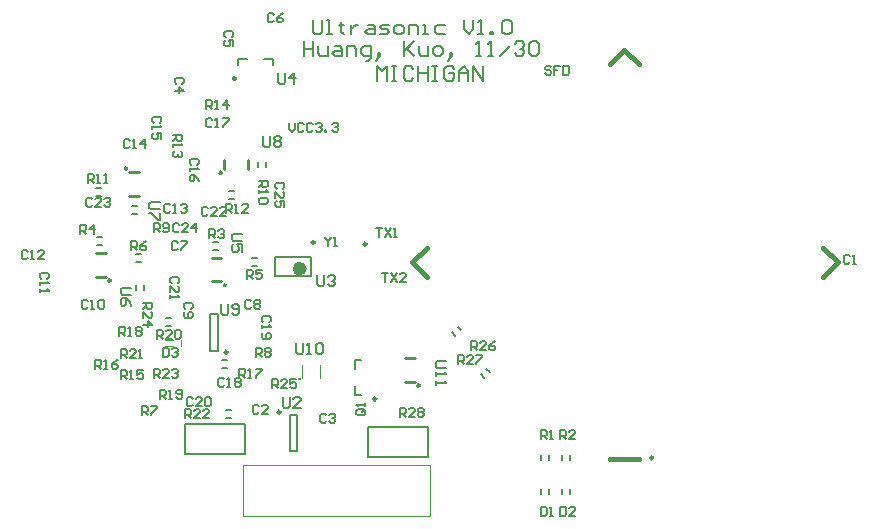
<source format=gto>
%FSLAX24Y24*%
%MOIN*%
G70*
G01*
G75*
G04 Layer_Color=65535*
%ADD10R,0.0335X0.0157*%
%ADD11R,0.0197X0.0315*%
%ADD12R,0.0118X0.0209*%
%ADD13R,0.0118X0.0193*%
%ADD14R,0.0512X0.0217*%
%ADD15R,0.0157X0.0335*%
%ADD16R,0.0236X0.0591*%
%ADD17O,0.0118X0.0650*%
%ADD18R,0.0394X0.0217*%
G04:AMPARAMS|DCode=19|XSize=60mil|YSize=30mil|CornerRadius=0mil|HoleSize=0mil|Usage=FLASHONLY|Rotation=135.000|XOffset=0mil|YOffset=0mil|HoleType=Round|Shape=Rectangle|*
%AMROTATEDRECTD19*
4,1,4,0.0318,-0.0106,0.0106,-0.0318,-0.0318,0.0106,-0.0106,0.0318,0.0318,-0.0106,0.0*
%
%ADD19ROTATEDRECTD19*%

G04:AMPARAMS|DCode=20|XSize=59.8mil|YSize=30mil|CornerRadius=0mil|HoleSize=0mil|Usage=FLASHONLY|Rotation=225.000|XOffset=0mil|YOffset=0mil|HoleType=Round|Shape=Rectangle|*
%AMROTATEDRECTD20*
4,1,4,0.0106,0.0318,0.0318,0.0106,-0.0106,-0.0318,-0.0318,-0.0106,0.0106,0.0318,0.0*
%
%ADD20ROTATEDRECTD20*%

G04:AMPARAMS|DCode=21|XSize=59.8mil|YSize=30mil|CornerRadius=0mil|HoleSize=0mil|Usage=FLASHONLY|Rotation=135.000|XOffset=0mil|YOffset=0mil|HoleType=Round|Shape=Rectangle|*
%AMROTATEDRECTD21*
4,1,4,0.0318,-0.0106,0.0106,-0.0318,-0.0318,0.0106,-0.0106,0.0318,0.0318,-0.0106,0.0*
%
%ADD21ROTATEDRECTD21*%

%ADD22R,0.0236X0.0197*%
G04:AMPARAMS|DCode=23|XSize=35.4mil|YSize=27.6mil|CornerRadius=0mil|HoleSize=0mil|Usage=FLASHONLY|Rotation=45.000|XOffset=0mil|YOffset=0mil|HoleType=Round|Shape=Rectangle|*
%AMROTATEDRECTD23*
4,1,4,-0.0028,-0.0223,-0.0223,-0.0028,0.0028,0.0223,0.0223,0.0028,-0.0028,-0.0223,0.0*
%
%ADD23ROTATEDRECTD23*%

%ADD24R,0.0354X0.0276*%
%ADD25R,0.0276X0.0354*%
%ADD26R,0.0197X0.0236*%
%ADD27R,0.0591X0.0236*%
%ADD28R,0.0240X0.1750*%
%ADD29R,0.0157X0.0157*%
%ADD30R,0.0354X0.0315*%
%ADD31R,0.0315X0.0354*%
G04:AMPARAMS|DCode=32|XSize=35.4mil|YSize=31.5mil|CornerRadius=0mil|HoleSize=0mil|Usage=FLASHONLY|Rotation=315.000|XOffset=0mil|YOffset=0mil|HoleType=Round|Shape=Rectangle|*
%AMROTATEDRECTD32*
4,1,4,-0.0237,0.0014,-0.0014,0.0237,0.0237,-0.0014,0.0014,-0.0237,-0.0237,0.0014,0.0*
%
%ADD32ROTATEDRECTD32*%

%ADD33R,0.0492X0.0394*%
%ADD34R,0.0197X0.0886*%
%ADD35C,0.0120*%
%ADD36C,0.0150*%
%ADD37C,0.0200*%
%ADD38R,0.0400X0.0350*%
%ADD39C,0.0984*%
%ADD40C,0.0591*%
%ADD41C,0.0661*%
%ADD42C,0.1772*%
%ADD43C,0.0320*%
%ADD44C,0.0400*%
%ADD45R,0.0661X0.0319*%
%ADD46P,0.2121X4X90.0*%
%ADD47C,0.0100*%
%ADD48C,0.0098*%
%ADD49C,0.0236*%
%ADD50C,0.0047*%
%ADD51C,0.0079*%
%ADD52C,0.0050*%
%ADD53C,0.0060*%
%ADD54C,0.0080*%
D36*
X20820Y1973D02*
X21794D01*
X27912Y8063D02*
X28399Y8550D01*
X27912Y9037D02*
X28399Y8550D01*
X20799Y15148D02*
X21286Y15635D01*
X21773Y15148D01*
X14222Y8543D02*
X14709Y9030D01*
X14222Y8543D02*
X14709Y8056D01*
D47*
X12700Y9150D02*
G03*
X12700Y9150I-50J0D01*
G01*
X14465Y4438D02*
G03*
X14465Y4438I-39J0D01*
G01*
X10466Y4654D02*
G03*
X10466Y4654I-10J0D01*
G01*
X7878Y11524D02*
G03*
X7878Y11524I-39J0D01*
G01*
X4714Y11662D02*
G03*
X4714Y11662I-39J0D01*
G01*
X4165Y7938D02*
G03*
X4165Y7938I-39J0D01*
G01*
X8015Y7788D02*
G03*
X8015Y7788I-39J0D01*
G01*
X22247Y2029D02*
G03*
X22247Y2029I-49J0D01*
G01*
X13993Y4556D02*
X14307D01*
X13993Y5344D02*
X14307D01*
X7956Y11643D02*
Y11957D01*
X8744Y11643D02*
Y11957D01*
X4793Y11544D02*
X5107D01*
X4793Y10756D02*
X5107D01*
X3693Y8056D02*
X4007D01*
X3693Y8844D02*
X4007D01*
X7543Y7906D02*
X7857D01*
X7543Y8694D02*
X7857D01*
D48*
X8063Y5550D02*
G03*
X8063Y5550I-49J0D01*
G01*
X8341Y14676D02*
G03*
X8341Y14676I-49J0D01*
G01*
X10969Y9207D02*
G03*
X10969Y9207I-49J0D01*
G01*
X9827Y3549D02*
G03*
X9827Y3549I-49J0D01*
G01*
X13023Y3991D02*
G03*
X13023Y3991I-49J0D01*
G01*
D49*
X10585Y8331D02*
G03*
X10585Y8331I-118J0D01*
G01*
D50*
X10545Y4674D02*
Y5126D01*
X11155Y4674D02*
Y5126D01*
X8590Y1796D02*
X14810D01*
Y104D02*
Y1796D01*
X8590Y104D02*
X14810D01*
X8590D02*
Y1796D01*
X6523Y5752D02*
Y5948D01*
X5962Y5752D02*
X6238D01*
X5962Y5948D02*
X6238D01*
D51*
X7462Y5590D02*
X7738D01*
X7462Y6810D02*
X7738D01*
Y5590D02*
Y6810D01*
X7462Y5590D02*
Y6810D01*
X8409Y15129D02*
Y15326D01*
X8724D01*
X9591Y15129D02*
Y15326D01*
X9276D02*
X9591D01*
X9640Y8725D02*
X10860D01*
X9640Y8075D02*
X10860D01*
Y8725D01*
X9640Y8075D02*
Y8725D01*
X10368Y2259D02*
Y3441D01*
X10132Y2259D02*
Y3441D01*
Y2259D02*
X10368D01*
X10132Y3441D02*
X10368D01*
X15742Y6403D02*
X15853Y6292D01*
X15547Y6208D02*
X15658Y6097D01*
X16497Y4808D02*
X16608Y4697D01*
X16692Y5003D02*
X16803Y4892D01*
X5288Y7621D02*
Y7779D01*
X5012Y7621D02*
Y7779D01*
X8021Y3638D02*
X8179D01*
X8021Y3362D02*
X8179D01*
X6021Y6412D02*
X6179D01*
X6021Y6688D02*
X6179D01*
X7871Y5288D02*
X8029D01*
X7871Y5012D02*
X8029D01*
X8121Y10938D02*
X8279D01*
X8121Y10662D02*
X8279D01*
X3671Y11038D02*
X3829D01*
X3671Y10762D02*
X3829D01*
X9062Y11721D02*
Y11879D01*
X9338Y11721D02*
Y11879D01*
X4871Y10438D02*
X5029D01*
X4871Y10162D02*
X5029D01*
X5021Y8562D02*
X5179D01*
X5021Y8838D02*
X5179D01*
X8871Y8412D02*
X9029D01*
X8871Y8688D02*
X9029D01*
X3721Y9112D02*
X3879D01*
X3721Y9388D02*
X3879D01*
X7571Y8962D02*
X7729D01*
X7571Y9238D02*
X7729D01*
X19488Y1971D02*
Y2129D01*
X19212Y1971D02*
Y2129D01*
X18788Y1971D02*
Y2129D01*
X18512Y1971D02*
Y2129D01*
X12324Y4109D02*
X12521D01*
X12324D02*
Y4424D01*
Y5291D02*
X12521D01*
X12324Y4976D02*
Y5291D01*
X19212Y821D02*
Y979D01*
X19488Y821D02*
Y979D01*
X18512Y821D02*
Y979D01*
X18788Y821D02*
Y979D01*
D52*
X12750Y3050D02*
X14750D01*
X12750Y2050D02*
X14750D01*
X12750D02*
Y3050D01*
X14750Y2050D02*
Y3050D01*
X6650Y3150D02*
X8650D01*
X6650Y2150D02*
X8650D01*
X6650D02*
Y3150D01*
X8650Y2150D02*
Y3150D01*
X12600Y3650D02*
X12400D01*
X12350Y3600D01*
Y3500D01*
X12400Y3450D01*
X12600D01*
X12650Y3500D01*
Y3600D01*
X12550Y3550D02*
X12650Y3650D01*
Y3600D02*
X12600Y3650D01*
X12650Y3750D02*
Y3850D01*
Y3800D01*
X12350D01*
X12400Y3750D01*
X11300Y9400D02*
Y9350D01*
X11400Y9250D01*
X11500Y9350D01*
Y9400D01*
X11400Y9250D02*
Y9100D01*
X11600D02*
X11700D01*
X11650D01*
Y9400D01*
X11600Y9350D01*
X7400Y10350D02*
X7350Y10400D01*
X7250D01*
X7200Y10350D01*
Y10150D01*
X7250Y10100D01*
X7350D01*
X7400Y10150D01*
X7700Y10100D02*
X7500D01*
X7700Y10300D01*
Y10350D01*
X7650Y10400D01*
X7550D01*
X7500Y10350D01*
X8000Y10100D02*
X7800D01*
X8000Y10300D01*
Y10350D01*
X7950Y10400D01*
X7850D01*
X7800Y10350D01*
X9900Y11000D02*
X9950Y11050D01*
Y11150D01*
X9900Y11200D01*
X9700D01*
X9650Y11150D01*
Y11050D01*
X9700Y11000D01*
X9650Y10700D02*
Y10900D01*
X9850Y10700D01*
X9900D01*
X9950Y10750D01*
Y10850D01*
X9900Y10900D01*
X9950Y10400D02*
Y10600D01*
X9800D01*
X9850Y10500D01*
Y10450D01*
X9800Y10400D01*
X9700D01*
X9650Y10450D01*
Y10550D01*
X9700Y10600D01*
X6450Y9800D02*
X6400Y9850D01*
X6300D01*
X6250Y9800D01*
Y9600D01*
X6300Y9550D01*
X6400D01*
X6450Y9600D01*
X6750Y9550D02*
X6550D01*
X6750Y9750D01*
Y9800D01*
X6700Y9850D01*
X6600D01*
X6550Y9800D01*
X7000Y9550D02*
Y9850D01*
X6850Y9700D01*
X7050D01*
X5200Y3450D02*
Y3750D01*
X5350D01*
X5400Y3700D01*
Y3600D01*
X5350Y3550D01*
X5200D01*
X5300D02*
X5400Y3450D01*
X5500Y3750D02*
X5700D01*
Y3700D01*
X5500Y3500D01*
Y3450D01*
X9000Y5400D02*
Y5700D01*
X9150D01*
X9200Y5650D01*
Y5550D01*
X9150Y5500D01*
X9000D01*
X9100D02*
X9200Y5400D01*
X9300Y5650D02*
X9350Y5700D01*
X9450D01*
X9500Y5650D01*
Y5600D01*
X9450Y5550D01*
X9500Y5500D01*
Y5450D01*
X9450Y5400D01*
X9350D01*
X9300Y5450D01*
Y5500D01*
X9350Y5550D01*
X9300Y5600D01*
Y5650D01*
X9350Y5550D02*
X9450D01*
X9550Y4350D02*
Y4650D01*
X9700D01*
X9750Y4600D01*
Y4500D01*
X9700Y4450D01*
X9550D01*
X9650D02*
X9750Y4350D01*
X10050D02*
X9850D01*
X10050Y4550D01*
Y4600D01*
X10000Y4650D01*
X9900D01*
X9850Y4600D01*
X10350Y4650D02*
X10150D01*
Y4500D01*
X10250Y4550D01*
X10300D01*
X10350Y4500D01*
Y4400D01*
X10300Y4350D01*
X10200D01*
X10150Y4400D01*
X3560Y10640D02*
X3510Y10690D01*
X3410D01*
X3360Y10640D01*
Y10440D01*
X3410Y10390D01*
X3510D01*
X3560Y10440D01*
X3860Y10390D02*
X3660D01*
X3860Y10590D01*
Y10640D01*
X3810Y10690D01*
X3710D01*
X3660Y10640D01*
X3960D02*
X4010Y10690D01*
X4110D01*
X4160Y10640D01*
Y10590D01*
X4110Y10540D01*
X4060D01*
X4110D01*
X4160Y10490D01*
Y10440D01*
X4110Y10390D01*
X4010D01*
X3960Y10440D01*
X15750Y5150D02*
Y5450D01*
X15900D01*
X15950Y5400D01*
Y5300D01*
X15900Y5250D01*
X15750D01*
X15850D02*
X15950Y5150D01*
X16250D02*
X16050D01*
X16250Y5350D01*
Y5400D01*
X16200Y5450D01*
X16100D01*
X16050Y5400D01*
X16350Y5450D02*
X16550D01*
Y5400D01*
X16350Y5200D01*
Y5150D01*
X13800Y3400D02*
Y3700D01*
X13950D01*
X14000Y3650D01*
Y3550D01*
X13950Y3500D01*
X13800D01*
X13900D02*
X14000Y3400D01*
X14300D02*
X14100D01*
X14300Y3600D01*
Y3650D01*
X14250Y3700D01*
X14150D01*
X14100Y3650D01*
X14400D02*
X14450Y3700D01*
X14550D01*
X14600Y3650D01*
Y3600D01*
X14550Y3550D01*
X14600Y3500D01*
Y3450D01*
X14550Y3400D01*
X14450D01*
X14400Y3450D01*
Y3500D01*
X14450Y3550D01*
X14400Y3600D01*
Y3650D01*
X14450Y3550D02*
X14550D01*
X16190Y5611D02*
Y5911D01*
X16340D01*
X16390Y5861D01*
Y5761D01*
X16340Y5711D01*
X16190D01*
X16290D02*
X16390Y5611D01*
X16690D02*
X16490D01*
X16690Y5811D01*
Y5861D01*
X16640Y5911D01*
X16540D01*
X16490Y5861D01*
X16990Y5911D02*
X16890Y5861D01*
X16790Y5761D01*
Y5661D01*
X16840Y5611D01*
X16940D01*
X16990Y5661D01*
Y5711D01*
X16940Y5761D01*
X16790D01*
X18500Y2650D02*
Y2950D01*
X18650D01*
X18700Y2900D01*
Y2800D01*
X18650Y2750D01*
X18500D01*
X18600D02*
X18700Y2650D01*
X18800D02*
X18900D01*
X18850D01*
Y2950D01*
X18800Y2900D01*
X19150Y2650D02*
Y2950D01*
X19300D01*
X19350Y2900D01*
Y2800D01*
X19300Y2750D01*
X19150D01*
X19250D02*
X19350Y2650D01*
X19650D02*
X19450D01*
X19650Y2850D01*
Y2900D01*
X19600Y2950D01*
X19500D01*
X19450Y2900D01*
X13200Y8200D02*
X13400D01*
X13300D01*
Y7900D01*
X13500Y8200D02*
X13700Y7900D01*
Y8200D02*
X13500Y7900D01*
X14000D02*
X13800D01*
X14000Y8100D01*
Y8150D01*
X13950Y8200D01*
X13850D01*
X13800Y8150D01*
X13000Y9700D02*
X13200D01*
X13100D01*
Y9400D01*
X13300Y9700D02*
X13500Y9400D01*
Y9700D02*
X13300Y9400D01*
X13600D02*
X13700D01*
X13650D01*
Y9700D01*
X13600Y9650D01*
X28800Y8750D02*
X28750Y8800D01*
X28650D01*
X28600Y8750D01*
Y8550D01*
X28650Y8500D01*
X28750D01*
X28800Y8550D01*
X28900Y8500D02*
X29000D01*
X28950D01*
Y8800D01*
X28900Y8750D01*
X9110Y3740D02*
X9060Y3790D01*
X8960D01*
X8910Y3740D01*
Y3540D01*
X8960Y3490D01*
X9060D01*
X9110Y3540D01*
X9410Y3490D02*
X9210D01*
X9410Y3690D01*
Y3740D01*
X9360Y3790D01*
X9260D01*
X9210Y3740D01*
X11350Y3450D02*
X11300Y3500D01*
X11200D01*
X11150Y3450D01*
Y3250D01*
X11200Y3200D01*
X11300D01*
X11350Y3250D01*
X11450Y3450D02*
X11500Y3500D01*
X11600D01*
X11650Y3450D01*
Y3400D01*
X11600Y3350D01*
X11550D01*
X11600D01*
X11650Y3300D01*
Y3250D01*
X11600Y3200D01*
X11500D01*
X11450Y3250D01*
X6550Y14500D02*
X6600Y14550D01*
Y14650D01*
X6550Y14700D01*
X6350D01*
X6300Y14650D01*
Y14550D01*
X6350Y14500D01*
X6300Y14250D02*
X6600D01*
X6450Y14400D01*
Y14200D01*
X8200Y16050D02*
X8250Y16100D01*
Y16200D01*
X8200Y16250D01*
X8000D01*
X7950Y16200D01*
Y16100D01*
X8000Y16050D01*
X8250Y15750D02*
Y15950D01*
X8100D01*
X8150Y15850D01*
Y15800D01*
X8100Y15750D01*
X8000D01*
X7950Y15800D01*
Y15900D01*
X8000Y15950D01*
X9600Y16800D02*
X9550Y16850D01*
X9450D01*
X9400Y16800D01*
Y16600D01*
X9450Y16550D01*
X9550D01*
X9600Y16600D01*
X9900Y16850D02*
X9800Y16800D01*
X9700Y16700D01*
Y16600D01*
X9750Y16550D01*
X9850D01*
X9900Y16600D01*
Y16650D01*
X9850Y16700D01*
X9700D01*
X6400Y9200D02*
X6350Y9250D01*
X6250D01*
X6200Y9200D01*
Y9000D01*
X6250Y8950D01*
X6350D01*
X6400Y9000D01*
X6500Y9250D02*
X6700D01*
Y9200D01*
X6500Y9000D01*
Y8950D01*
X8850Y7250D02*
X8800Y7300D01*
X8700D01*
X8650Y7250D01*
Y7050D01*
X8700Y7000D01*
X8800D01*
X8850Y7050D01*
X8950Y7250D02*
X9000Y7300D01*
X9100D01*
X9150Y7250D01*
Y7200D01*
X9100Y7150D01*
X9150Y7100D01*
Y7050D01*
X9100Y7000D01*
X9000D01*
X8950Y7050D01*
Y7100D01*
X9000Y7150D01*
X8950Y7200D01*
Y7250D01*
X9000Y7150D02*
X9100D01*
X6850Y7000D02*
X6900Y7050D01*
Y7150D01*
X6850Y7200D01*
X6650D01*
X6600Y7150D01*
Y7050D01*
X6650Y7000D01*
Y6900D02*
X6600Y6850D01*
Y6750D01*
X6650Y6700D01*
X6850D01*
X6900Y6750D01*
Y6850D01*
X6850Y6900D01*
X6800D01*
X6750Y6850D01*
Y6700D01*
X3400Y7250D02*
X3350Y7300D01*
X3250D01*
X3200Y7250D01*
Y7050D01*
X3250Y7000D01*
X3350D01*
X3400Y7050D01*
X3500Y7000D02*
X3600D01*
X3550D01*
Y7300D01*
X3500Y7250D01*
X3750D02*
X3800Y7300D01*
X3900D01*
X3950Y7250D01*
Y7050D01*
X3900Y7000D01*
X3800D01*
X3750Y7050D01*
Y7250D01*
X2050Y8000D02*
X2100Y8050D01*
Y8150D01*
X2050Y8200D01*
X1850D01*
X1800Y8150D01*
Y8050D01*
X1850Y8000D01*
X1800Y7900D02*
Y7800D01*
Y7850D01*
X2100D01*
X2050Y7900D01*
X1800Y7650D02*
Y7550D01*
Y7600D01*
X2100D01*
X2050Y7650D01*
X1400Y8900D02*
X1350Y8950D01*
X1250D01*
X1200Y8900D01*
Y8700D01*
X1250Y8650D01*
X1350D01*
X1400Y8700D01*
X1500Y8650D02*
X1600D01*
X1550D01*
Y8950D01*
X1500Y8900D01*
X1950Y8650D02*
X1750D01*
X1950Y8850D01*
Y8900D01*
X1900Y8950D01*
X1800D01*
X1750Y8900D01*
X6150Y10450D02*
X6100Y10500D01*
X6000D01*
X5950Y10450D01*
Y10250D01*
X6000Y10200D01*
X6100D01*
X6150Y10250D01*
X6250Y10200D02*
X6350D01*
X6300D01*
Y10500D01*
X6250Y10450D01*
X6500D02*
X6550Y10500D01*
X6650D01*
X6700Y10450D01*
Y10400D01*
X6650Y10350D01*
X6600D01*
X6650D01*
X6700Y10300D01*
Y10250D01*
X6650Y10200D01*
X6550D01*
X6500Y10250D01*
X4800Y12600D02*
X4750Y12650D01*
X4650D01*
X4600Y12600D01*
Y12400D01*
X4650Y12350D01*
X4750D01*
X4800Y12400D01*
X4900Y12350D02*
X5000D01*
X4950D01*
Y12650D01*
X4900Y12600D01*
X5300Y12350D02*
Y12650D01*
X5150Y12500D01*
X5350D01*
X5800Y13200D02*
X5850Y13250D01*
Y13350D01*
X5800Y13400D01*
X5600D01*
X5550Y13350D01*
Y13250D01*
X5600Y13200D01*
X5550Y13100D02*
Y13000D01*
Y13050D01*
X5850D01*
X5800Y13100D01*
X5850Y12650D02*
Y12850D01*
X5700D01*
X5750Y12750D01*
Y12700D01*
X5700Y12650D01*
X5600D01*
X5550Y12700D01*
Y12800D01*
X5600Y12850D01*
X7050Y11800D02*
X7100Y11850D01*
Y11950D01*
X7050Y12000D01*
X6850D01*
X6800Y11950D01*
Y11850D01*
X6850Y11800D01*
X6800Y11700D02*
Y11600D01*
Y11650D01*
X7100D01*
X7050Y11700D01*
X7100Y11250D02*
X7050Y11350D01*
X6950Y11450D01*
X6850D01*
X6800Y11400D01*
Y11300D01*
X6850Y11250D01*
X6900D01*
X6950Y11300D01*
Y11450D01*
X7550Y13300D02*
X7500Y13350D01*
X7400D01*
X7350Y13300D01*
Y13100D01*
X7400Y13050D01*
X7500D01*
X7550Y13100D01*
X7650Y13050D02*
X7750D01*
X7700D01*
Y13350D01*
X7650Y13300D01*
X7900Y13350D02*
X8100D01*
Y13300D01*
X7900Y13100D01*
Y13050D01*
X7950Y4650D02*
X7900Y4700D01*
X7800D01*
X7750Y4650D01*
Y4450D01*
X7800Y4400D01*
X7900D01*
X7950Y4450D01*
X8050Y4400D02*
X8150D01*
X8100D01*
Y4700D01*
X8050Y4650D01*
X8300D02*
X8350Y4700D01*
X8450D01*
X8500Y4650D01*
Y4600D01*
X8450Y4550D01*
X8500Y4500D01*
Y4450D01*
X8450Y4400D01*
X8350D01*
X8300Y4450D01*
Y4500D01*
X8350Y4550D01*
X8300Y4600D01*
Y4650D01*
X8350Y4550D02*
X8450D01*
X9450Y6550D02*
X9500Y6600D01*
Y6700D01*
X9450Y6750D01*
X9250D01*
X9200Y6700D01*
Y6600D01*
X9250Y6550D01*
X9200Y6450D02*
Y6350D01*
Y6400D01*
X9500D01*
X9450Y6450D01*
X9250Y6200D02*
X9200Y6150D01*
Y6050D01*
X9250Y6000D01*
X9450D01*
X9500Y6050D01*
Y6150D01*
X9450Y6200D01*
X9400D01*
X9350Y6150D01*
Y6000D01*
X6900Y4000D02*
X6850Y4050D01*
X6750D01*
X6700Y4000D01*
Y3800D01*
X6750Y3750D01*
X6850D01*
X6900Y3800D01*
X7200Y3750D02*
X7000D01*
X7200Y3950D01*
Y4000D01*
X7150Y4050D01*
X7050D01*
X7000Y4000D01*
X7300D02*
X7350Y4050D01*
X7450D01*
X7500Y4000D01*
Y3800D01*
X7450Y3750D01*
X7350D01*
X7300Y3800D01*
Y4000D01*
X6400Y7850D02*
X6450Y7900D01*
Y8000D01*
X6400Y8050D01*
X6200D01*
X6150Y8000D01*
Y7900D01*
X6200Y7850D01*
X6150Y7550D02*
Y7750D01*
X6350Y7550D01*
X6400D01*
X6450Y7600D01*
Y7700D01*
X6400Y7750D01*
X6150Y7450D02*
Y7350D01*
Y7400D01*
X6450D01*
X6400Y7450D01*
X18500Y400D02*
Y100D01*
X18650D01*
X18700Y150D01*
Y350D01*
X18650Y400D01*
X18500D01*
X18800Y100D02*
X18900D01*
X18850D01*
Y400D01*
X18800Y350D01*
X19150Y400D02*
Y100D01*
X19300D01*
X19350Y150D01*
Y350D01*
X19300Y400D01*
X19150D01*
X19650Y100D02*
X19450D01*
X19650Y300D01*
Y350D01*
X19600Y400D01*
X19500D01*
X19450Y350D01*
X5900Y5700D02*
Y5400D01*
X6050D01*
X6100Y5450D01*
Y5650D01*
X6050Y5700D01*
X5900D01*
X6200Y5650D02*
X6250Y5700D01*
X6350D01*
X6400Y5650D01*
Y5600D01*
X6350Y5550D01*
X6300D01*
X6350D01*
X6400Y5500D01*
Y5450D01*
X6350Y5400D01*
X6250D01*
X6200Y5450D01*
X7450Y9350D02*
Y9650D01*
X7600D01*
X7650Y9600D01*
Y9500D01*
X7600Y9450D01*
X7450D01*
X7550D02*
X7650Y9350D01*
X7750Y9600D02*
X7800Y9650D01*
X7900D01*
X7950Y9600D01*
Y9550D01*
X7900Y9500D01*
X7850D01*
X7900D01*
X7950Y9450D01*
Y9400D01*
X7900Y9350D01*
X7800D01*
X7750Y9400D01*
X3150Y9500D02*
Y9800D01*
X3300D01*
X3350Y9750D01*
Y9650D01*
X3300Y9600D01*
X3150D01*
X3250D02*
X3350Y9500D01*
X3600D02*
Y9800D01*
X3450Y9650D01*
X3650D01*
X8700Y8000D02*
Y8300D01*
X8850D01*
X8900Y8250D01*
Y8150D01*
X8850Y8100D01*
X8700D01*
X8800D02*
X8900Y8000D01*
X9200Y8300D02*
X9000D01*
Y8150D01*
X9100Y8200D01*
X9150D01*
X9200Y8150D01*
Y8050D01*
X9150Y8000D01*
X9050D01*
X9000Y8050D01*
X4850Y8950D02*
Y9250D01*
X5000D01*
X5050Y9200D01*
Y9100D01*
X5000Y9050D01*
X4850D01*
X4950D02*
X5050Y8950D01*
X5350Y9250D02*
X5250Y9200D01*
X5150Y9100D01*
Y9000D01*
X5200Y8950D01*
X5300D01*
X5350Y9000D01*
Y9050D01*
X5300Y9100D01*
X5150D01*
X5600Y9550D02*
Y9850D01*
X5750D01*
X5800Y9800D01*
Y9700D01*
X5750Y9650D01*
X5600D01*
X5700D02*
X5800Y9550D01*
X5900Y9600D02*
X5950Y9550D01*
X6050D01*
X6100Y9600D01*
Y9800D01*
X6050Y9850D01*
X5950D01*
X5900Y9800D01*
Y9750D01*
X5950Y9700D01*
X6100D01*
X9100Y11250D02*
X9400D01*
Y11100D01*
X9350Y11050D01*
X9250D01*
X9200Y11100D01*
Y11250D01*
Y11150D02*
X9100Y11050D01*
Y10950D02*
Y10850D01*
Y10900D01*
X9400D01*
X9350Y10950D01*
Y10700D02*
X9400Y10650D01*
Y10550D01*
X9350Y10500D01*
X9150D01*
X9100Y10550D01*
Y10650D01*
X9150Y10700D01*
X9350D01*
X3400Y11200D02*
Y11500D01*
X3550D01*
X3600Y11450D01*
Y11350D01*
X3550Y11300D01*
X3400D01*
X3500D02*
X3600Y11200D01*
X3700D02*
X3800D01*
X3750D01*
Y11500D01*
X3700Y11450D01*
X3950Y11200D02*
X4050D01*
X4000D01*
Y11500D01*
X3950Y11450D01*
X8000Y10200D02*
Y10500D01*
X8150D01*
X8200Y10450D01*
Y10350D01*
X8150Y10300D01*
X8000D01*
X8100D02*
X8200Y10200D01*
X8300D02*
X8400D01*
X8350D01*
Y10500D01*
X8300Y10450D01*
X8750Y10200D02*
X8550D01*
X8750Y10400D01*
Y10450D01*
X8700Y10500D01*
X8600D01*
X8550Y10450D01*
X6250Y12800D02*
X6550D01*
Y12650D01*
X6500Y12600D01*
X6400D01*
X6350Y12650D01*
Y12800D01*
Y12700D02*
X6250Y12600D01*
Y12500D02*
Y12400D01*
Y12450D01*
X6550D01*
X6500Y12500D01*
Y12250D02*
X6550Y12200D01*
Y12100D01*
X6500Y12050D01*
X6450D01*
X6400Y12100D01*
Y12150D01*
Y12100D01*
X6350Y12050D01*
X6300D01*
X6250Y12100D01*
Y12200D01*
X6300Y12250D01*
X7350Y13650D02*
Y13950D01*
X7500D01*
X7550Y13900D01*
Y13800D01*
X7500Y13750D01*
X7350D01*
X7450D02*
X7550Y13650D01*
X7650D02*
X7750D01*
X7700D01*
Y13950D01*
X7650Y13900D01*
X8050Y13650D02*
Y13950D01*
X7900Y13800D01*
X8100D01*
X4500Y4650D02*
Y4950D01*
X4650D01*
X4700Y4900D01*
Y4800D01*
X4650Y4750D01*
X4500D01*
X4600D02*
X4700Y4650D01*
X4800D02*
X4900D01*
X4850D01*
Y4950D01*
X4800Y4900D01*
X5250Y4950D02*
X5050D01*
Y4800D01*
X5150Y4850D01*
X5200D01*
X5250Y4800D01*
Y4700D01*
X5200Y4650D01*
X5100D01*
X5050Y4700D01*
X3650Y5000D02*
Y5300D01*
X3800D01*
X3850Y5250D01*
Y5150D01*
X3800Y5100D01*
X3650D01*
X3750D02*
X3850Y5000D01*
X3950D02*
X4050D01*
X4000D01*
Y5300D01*
X3950Y5250D01*
X4400Y5300D02*
X4300Y5250D01*
X4200Y5150D01*
Y5050D01*
X4250Y5000D01*
X4350D01*
X4400Y5050D01*
Y5100D01*
X4350Y5150D01*
X4200D01*
X8450Y4700D02*
Y5000D01*
X8600D01*
X8650Y4950D01*
Y4850D01*
X8600Y4800D01*
X8450D01*
X8550D02*
X8650Y4700D01*
X8750D02*
X8850D01*
X8800D01*
Y5000D01*
X8750Y4950D01*
X9000Y5000D02*
X9200D01*
Y4950D01*
X9000Y4750D01*
Y4700D01*
X4450Y6100D02*
Y6400D01*
X4600D01*
X4650Y6350D01*
Y6250D01*
X4600Y6200D01*
X4450D01*
X4550D02*
X4650Y6100D01*
X4750D02*
X4850D01*
X4800D01*
Y6400D01*
X4750Y6350D01*
X5000D02*
X5050Y6400D01*
X5150D01*
X5200Y6350D01*
Y6300D01*
X5150Y6250D01*
X5200Y6200D01*
Y6150D01*
X5150Y6100D01*
X5050D01*
X5000Y6150D01*
Y6200D01*
X5050Y6250D01*
X5000Y6300D01*
Y6350D01*
X5050Y6250D02*
X5150D01*
X5800Y4000D02*
Y4300D01*
X5950D01*
X6000Y4250D01*
Y4150D01*
X5950Y4100D01*
X5800D01*
X5900D02*
X6000Y4000D01*
X6100D02*
X6200D01*
X6150D01*
Y4300D01*
X6100Y4250D01*
X6350Y4050D02*
X6400Y4000D01*
X6500D01*
X6550Y4050D01*
Y4250D01*
X6500Y4300D01*
X6400D01*
X6350Y4250D01*
Y4200D01*
X6400Y4150D01*
X6550D01*
X5700Y6000D02*
Y6300D01*
X5850D01*
X5900Y6250D01*
Y6150D01*
X5850Y6100D01*
X5700D01*
X5800D02*
X5900Y6000D01*
X6200D02*
X6000D01*
X6200Y6200D01*
Y6250D01*
X6150Y6300D01*
X6050D01*
X6000Y6250D01*
X6300D02*
X6350Y6300D01*
X6450D01*
X6500Y6250D01*
Y6050D01*
X6450Y6000D01*
X6350D01*
X6300Y6050D01*
Y6250D01*
X4500Y5350D02*
Y5650D01*
X4650D01*
X4700Y5600D01*
Y5500D01*
X4650Y5450D01*
X4500D01*
X4600D02*
X4700Y5350D01*
X5000D02*
X4800D01*
X5000Y5550D01*
Y5600D01*
X4950Y5650D01*
X4850D01*
X4800Y5600D01*
X5100Y5350D02*
X5200D01*
X5150D01*
Y5650D01*
X5100Y5600D01*
X6650Y3350D02*
Y3650D01*
X6800D01*
X6850Y3600D01*
Y3500D01*
X6800Y3450D01*
X6650D01*
X6750D02*
X6850Y3350D01*
X7150D02*
X6950D01*
X7150Y3550D01*
Y3600D01*
X7100Y3650D01*
X7000D01*
X6950Y3600D01*
X7450Y3350D02*
X7250D01*
X7450Y3550D01*
Y3600D01*
X7400Y3650D01*
X7300D01*
X7250Y3600D01*
X5600Y4700D02*
Y5000D01*
X5750D01*
X5800Y4950D01*
Y4850D01*
X5750Y4800D01*
X5600D01*
X5700D02*
X5800Y4700D01*
X6100D02*
X5900D01*
X6100Y4900D01*
Y4950D01*
X6050Y5000D01*
X5950D01*
X5900Y4950D01*
X6200D02*
X6250Y5000D01*
X6350D01*
X6400Y4950D01*
Y4900D01*
X6350Y4850D01*
X6300D01*
X6350D01*
X6400Y4800D01*
Y4750D01*
X6350Y4700D01*
X6250D01*
X6200Y4750D01*
X5250Y7200D02*
X5550D01*
Y7050D01*
X5500Y7000D01*
X5400D01*
X5350Y7050D01*
Y7200D01*
Y7100D02*
X5250Y7000D01*
Y6700D02*
Y6900D01*
X5450Y6700D01*
X5500D01*
X5550Y6750D01*
Y6850D01*
X5500Y6900D01*
X5250Y6450D02*
X5550D01*
X5400Y6600D01*
Y6400D01*
X18850Y15050D02*
X18800Y15100D01*
X18700D01*
X18650Y15050D01*
Y15000D01*
X18700Y14950D01*
X18800D01*
X18850Y14900D01*
Y14850D01*
X18800Y14800D01*
X18700D01*
X18650Y14850D01*
X19150Y15100D02*
X18950D01*
Y14950D01*
X19050D01*
X18950D01*
Y14800D01*
X19250Y15100D02*
Y14800D01*
X19400D01*
X19450Y14850D01*
Y15050D01*
X19400Y15100D01*
X19250D01*
X10100Y13200D02*
Y13000D01*
X10200Y12900D01*
X10300Y13000D01*
Y13200D01*
X10600Y13150D02*
X10550Y13200D01*
X10450D01*
X10400Y13150D01*
Y12950D01*
X10450Y12900D01*
X10550D01*
X10600Y12950D01*
X10900Y13150D02*
X10850Y13200D01*
X10750D01*
X10700Y13150D01*
Y12950D01*
X10750Y12900D01*
X10850D01*
X10900Y12950D01*
X11000Y13150D02*
X11050Y13200D01*
X11150D01*
X11200Y13150D01*
Y13100D01*
X11150Y13050D01*
X11100D01*
X11150D01*
X11200Y13000D01*
Y12950D01*
X11150Y12900D01*
X11050D01*
X11000Y12950D01*
X11300Y12900D02*
Y12950D01*
X11350D01*
Y12900D01*
X11300D01*
X11550Y13150D02*
X11600Y13200D01*
X11699D01*
X11749Y13150D01*
Y13100D01*
X11699Y13050D01*
X11650D01*
X11699D01*
X11749Y13000D01*
Y12950D01*
X11699Y12900D01*
X11600D01*
X11550Y12950D01*
D53*
X9900Y4060D02*
Y3760D01*
X9960Y3700D01*
X10080D01*
X10140Y3760D01*
Y4060D01*
X10500Y3700D02*
X10260D01*
X10500Y3940D01*
Y4000D01*
X10440Y4060D01*
X10320D01*
X10260Y4000D01*
X11050Y8110D02*
Y7810D01*
X11110Y7750D01*
X11230D01*
X11290Y7810D01*
Y8110D01*
X11410Y8050D02*
X11470Y8110D01*
X11590D01*
X11650Y8050D01*
Y7990D01*
X11590Y7930D01*
X11530D01*
X11590D01*
X11650Y7870D01*
Y7810D01*
X11590Y7750D01*
X11470D01*
X11410Y7810D01*
X9750Y14860D02*
Y14560D01*
X9810Y14500D01*
X9930D01*
X9990Y14560D01*
Y14860D01*
X10290Y14500D02*
Y14860D01*
X10110Y14680D01*
X10350D01*
X8560Y9500D02*
X8260D01*
X8200Y9440D01*
Y9320D01*
X8260Y9260D01*
X8560D01*
Y8900D02*
Y9140D01*
X8380D01*
X8440Y9020D01*
Y8960D01*
X8380Y8900D01*
X8260D01*
X8200Y8960D01*
Y9080D01*
X8260Y9140D01*
X4860Y7700D02*
X4560D01*
X4500Y7640D01*
Y7520D01*
X4560Y7460D01*
X4860D01*
Y7100D02*
X4800Y7220D01*
X4680Y7340D01*
X4560D01*
X4500Y7280D01*
Y7160D01*
X4560Y7100D01*
X4620D01*
X4680Y7160D01*
Y7340D01*
X5810Y10550D02*
X5510D01*
X5450Y10490D01*
Y10370D01*
X5510Y10310D01*
X5810D01*
Y10190D02*
Y9950D01*
X5750D01*
X5510Y10190D01*
X5450D01*
X9250Y12760D02*
Y12460D01*
X9310Y12400D01*
X9430D01*
X9490Y12460D01*
Y12760D01*
X9610Y12700D02*
X9670Y12760D01*
X9790D01*
X9850Y12700D01*
Y12640D01*
X9790Y12580D01*
X9850Y12520D01*
Y12460D01*
X9790Y12400D01*
X9670D01*
X9610Y12460D01*
Y12520D01*
X9670Y12580D01*
X9610Y12640D01*
Y12700D01*
X9670Y12580D02*
X9790D01*
X7850Y7160D02*
Y6860D01*
X7910Y6800D01*
X8030D01*
X8090Y6860D01*
Y7160D01*
X8210Y6860D02*
X8270Y6800D01*
X8390D01*
X8450Y6860D01*
Y7100D01*
X8390Y7160D01*
X8270D01*
X8210Y7100D01*
Y7040D01*
X8270Y6980D01*
X8450D01*
X10350Y5860D02*
Y5560D01*
X10410Y5500D01*
X10530D01*
X10590Y5560D01*
Y5860D01*
X10710Y5500D02*
X10830D01*
X10770D01*
Y5860D01*
X10710Y5800D01*
X11010D02*
X11070Y5860D01*
X11190D01*
X11250Y5800D01*
Y5560D01*
X11190Y5500D01*
X11070D01*
X11010Y5560D01*
Y5800D01*
X15360Y5250D02*
X15060D01*
X15000Y5190D01*
Y5070D01*
X15060Y5010D01*
X15360D01*
X15000Y4890D02*
Y4770D01*
Y4830D01*
X15360D01*
X15300Y4890D01*
X15000Y4590D02*
Y4470D01*
Y4530D01*
X15360D01*
X15300Y4590D01*
D54*
X13050Y14600D02*
Y15080D01*
X13210Y14920D01*
X13370Y15080D01*
Y14600D01*
X13530Y15080D02*
X13690D01*
X13610D01*
Y14600D01*
X13530D01*
X13690D01*
X14250Y15000D02*
X14170Y15080D01*
X14010D01*
X13930Y15000D01*
Y14680D01*
X14010Y14600D01*
X14170D01*
X14250Y14680D01*
X14410Y15080D02*
Y14600D01*
Y14840D01*
X14729D01*
Y15080D01*
Y14600D01*
X14889Y15080D02*
X15049D01*
X14969D01*
Y14600D01*
X14889D01*
X15049D01*
X15609Y15000D02*
X15529Y15080D01*
X15369D01*
X15289Y15000D01*
Y14680D01*
X15369Y14600D01*
X15529D01*
X15609Y14680D01*
Y14840D01*
X15449D01*
X15769Y14600D02*
Y14920D01*
X15929Y15080D01*
X16089Y14920D01*
Y14600D01*
Y14840D01*
X15769D01*
X16249Y14600D02*
Y15080D01*
X16569Y14600D01*
Y15080D01*
X10600Y15909D02*
Y15429D01*
Y15669D01*
X10920D01*
Y15909D01*
Y15429D01*
X11080Y15749D02*
Y15509D01*
X11160Y15429D01*
X11400D01*
Y15749D01*
X11640D02*
X11800D01*
X11880Y15669D01*
Y15429D01*
X11640D01*
X11560Y15509D01*
X11640Y15589D01*
X11880D01*
X12040Y15429D02*
Y15749D01*
X12280D01*
X12360Y15669D01*
Y15429D01*
X12680Y15269D02*
X12760D01*
X12840Y15349D01*
Y15749D01*
X12600D01*
X12520Y15669D01*
Y15509D01*
X12600Y15429D01*
X12840D01*
X13080Y15349D02*
X13160Y15429D01*
Y15509D01*
X13080D01*
Y15429D01*
X13160D01*
X13080Y15349D01*
X13000Y15269D01*
X13959Y15909D02*
Y15429D01*
Y15589D01*
X14279Y15909D01*
X14039Y15669D01*
X14279Y15429D01*
X14439Y15749D02*
Y15509D01*
X14519Y15429D01*
X14759D01*
Y15749D01*
X14999Y15429D02*
X15159D01*
X15239Y15509D01*
Y15669D01*
X15159Y15749D01*
X14999D01*
X14919Y15669D01*
Y15509D01*
X14999Y15429D01*
X15479Y15349D02*
X15559Y15429D01*
Y15509D01*
X15479D01*
Y15429D01*
X15559D01*
X15479Y15349D01*
X15399Y15269D01*
X16359Y15429D02*
X16518D01*
X16439D01*
Y15909D01*
X16359Y15829D01*
X16758Y15429D02*
X16918D01*
X16838D01*
Y15909D01*
X16758Y15829D01*
X17158Y15429D02*
X17478Y15749D01*
X17638Y15829D02*
X17718Y15909D01*
X17878D01*
X17958Y15829D01*
Y15749D01*
X17878Y15669D01*
X17798D01*
X17878D01*
X17958Y15589D01*
Y15509D01*
X17878Y15429D01*
X17718D01*
X17638Y15509D01*
X18118Y15829D02*
X18198Y15909D01*
X18358D01*
X18438Y15829D01*
Y15509D01*
X18358Y15429D01*
X18198D01*
X18118Y15509D01*
Y15829D01*
X10900Y16630D02*
Y16230D01*
X10980Y16150D01*
X11140D01*
X11220Y16230D01*
Y16630D01*
X11380Y16150D02*
X11540D01*
X11460D01*
Y16630D01*
X11380D01*
X11860Y16550D02*
Y16470D01*
X11780D01*
X11940D01*
X11860D01*
Y16230D01*
X11940Y16150D01*
X12180Y16470D02*
Y16150D01*
Y16310D01*
X12260Y16390D01*
X12340Y16470D01*
X12420D01*
X12739D02*
X12899D01*
X12979Y16390D01*
Y16150D01*
X12739D01*
X12659Y16230D01*
X12739Y16310D01*
X12979D01*
X13139Y16150D02*
X13379D01*
X13459Y16230D01*
X13379Y16310D01*
X13219D01*
X13139Y16390D01*
X13219Y16470D01*
X13459D01*
X13699Y16150D02*
X13859D01*
X13939Y16230D01*
Y16390D01*
X13859Y16470D01*
X13699D01*
X13619Y16390D01*
Y16230D01*
X13699Y16150D01*
X14099D02*
Y16470D01*
X14339D01*
X14419Y16390D01*
Y16150D01*
X14579D02*
X14739D01*
X14659D01*
Y16470D01*
X14579D01*
X15299D02*
X15059D01*
X14979Y16390D01*
Y16230D01*
X15059Y16150D01*
X15299D01*
X15938Y16630D02*
Y16310D01*
X16098Y16150D01*
X16258Y16310D01*
Y16630D01*
X16418Y16150D02*
X16578D01*
X16498D01*
Y16630D01*
X16418Y16550D01*
X16818Y16150D02*
Y16230D01*
X16898D01*
Y16150D01*
X16818D01*
X17218Y16550D02*
X17298Y16630D01*
X17458D01*
X17538Y16550D01*
Y16230D01*
X17458Y16150D01*
X17298D01*
X17218Y16230D01*
Y16550D01*
M02*

</source>
